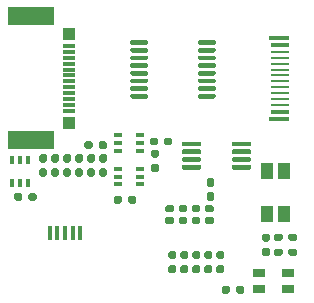
<source format=gtp>
%TF.GenerationSoftware,KiCad,Pcbnew,(5.1.7)-1*%
%TF.CreationDate,2020-11-06T21:26:38+01:00*%
%TF.ProjectId,twonkie,74776f6e-6b69-4652-9e6b-696361645f70,rev?*%
%TF.SameCoordinates,PX448d510PY20b3950*%
%TF.FileFunction,Paste,Top*%
%TF.FilePolarity,Positive*%
%FSLAX46Y46*%
G04 Gerber Fmt 4.6, Leading zero omitted, Abs format (unit mm)*
G04 Created by KiCad (PCBNEW (5.1.7)-1) date 2020-11-06 21:26:38*
%MOMM*%
%LPD*%
G01*
G04 APERTURE LIST*
%ADD10R,0.650000X0.400000*%
%ADD11R,0.450000X1.300000*%
%ADD12R,1.050000X1.400000*%
%ADD13R,4.000000X1.500000*%
%ADD14R,1.000000X0.300000*%
%ADD15R,1.000000X1.000000*%
%ADD16R,1.550000X0.260000*%
%ADD17R,1.550000X0.410000*%
%ADD18R,1.750000X0.360000*%
%ADD19R,0.400000X0.650000*%
%ADD20R,1.000000X0.800000*%
G04 APERTURE END LIST*
D10*
%TO.C,Q3*%
X11681500Y-11161000D03*
X11681500Y-12461000D03*
X9781500Y-11811000D03*
X11681500Y-11811000D03*
X9781500Y-12461000D03*
X9781500Y-11161000D03*
%TD*%
%TO.C,C2*%
G36*
G01*
X14957400Y-18531900D02*
X14957400Y-18221900D01*
G75*
G02*
X15112400Y-18066900I155000J0D01*
G01*
X15537400Y-18066900D01*
G75*
G02*
X15692400Y-18221900I0J-155000D01*
G01*
X15692400Y-18531900D01*
G75*
G02*
X15537400Y-18686900I-155000J0D01*
G01*
X15112400Y-18686900D01*
G75*
G02*
X14957400Y-18531900I0J155000D01*
G01*
G37*
G36*
G01*
X13822400Y-18531900D02*
X13822400Y-18221900D01*
G75*
G02*
X13977400Y-18066900I155000J0D01*
G01*
X14402400Y-18066900D01*
G75*
G02*
X14557400Y-18221900I0J-155000D01*
G01*
X14557400Y-18531900D01*
G75*
G02*
X14402400Y-18686900I-155000J0D01*
G01*
X13977400Y-18686900D01*
G75*
G02*
X13822400Y-18531900I0J155000D01*
G01*
G37*
%TD*%
%TO.C,C4*%
G36*
G01*
X14957400Y-17528600D02*
X14957400Y-17218600D01*
G75*
G02*
X15112400Y-17063600I155000J0D01*
G01*
X15537400Y-17063600D01*
G75*
G02*
X15692400Y-17218600I0J-155000D01*
G01*
X15692400Y-17528600D01*
G75*
G02*
X15537400Y-17683600I-155000J0D01*
G01*
X15112400Y-17683600D01*
G75*
G02*
X14957400Y-17528600I0J155000D01*
G01*
G37*
G36*
G01*
X13822400Y-17528600D02*
X13822400Y-17218600D01*
G75*
G02*
X13977400Y-17063600I155000J0D01*
G01*
X14402400Y-17063600D01*
G75*
G02*
X14557400Y-17218600I0J-155000D01*
G01*
X14557400Y-17528600D01*
G75*
G02*
X14402400Y-17683600I-155000J0D01*
G01*
X13977400Y-17683600D01*
G75*
G02*
X13822400Y-17528600I0J155000D01*
G01*
G37*
%TD*%
D11*
%TO.C,J3*%
X6634000Y-19436000D03*
X5984000Y-19436000D03*
X5334000Y-19436000D03*
X4684000Y-19436000D03*
X4034000Y-19436000D03*
%TD*%
%TO.C,R14*%
G36*
G01*
X2208500Y-16543000D02*
X2208500Y-16223000D01*
G75*
G02*
X2368500Y-16063000I160000J0D01*
G01*
X2763500Y-16063000D01*
G75*
G02*
X2923500Y-16223000I0J-160000D01*
G01*
X2923500Y-16543000D01*
G75*
G02*
X2763500Y-16703000I-160000J0D01*
G01*
X2368500Y-16703000D01*
G75*
G02*
X2208500Y-16543000I0J160000D01*
G01*
G37*
G36*
G01*
X1013500Y-16543000D02*
X1013500Y-16223000D01*
G75*
G02*
X1173500Y-16063000I160000J0D01*
G01*
X1568500Y-16063000D01*
G75*
G02*
X1728500Y-16223000I0J-160000D01*
G01*
X1728500Y-16543000D01*
G75*
G02*
X1568500Y-16703000I-160000J0D01*
G01*
X1173500Y-16703000D01*
G75*
G02*
X1013500Y-16543000I0J160000D01*
G01*
G37*
%TD*%
%TO.C,R16*%
G36*
G01*
X13702000Y-11844000D02*
X13702000Y-11524000D01*
G75*
G02*
X13862000Y-11364000I160000J0D01*
G01*
X14257000Y-11364000D01*
G75*
G02*
X14417000Y-11524000I0J-160000D01*
G01*
X14417000Y-11844000D01*
G75*
G02*
X14257000Y-12004000I-160000J0D01*
G01*
X13862000Y-12004000D01*
G75*
G02*
X13702000Y-11844000I0J160000D01*
G01*
G37*
G36*
G01*
X12507000Y-11844000D02*
X12507000Y-11524000D01*
G75*
G02*
X12667000Y-11364000I160000J0D01*
G01*
X13062000Y-11364000D01*
G75*
G02*
X13222000Y-11524000I0J-160000D01*
G01*
X13222000Y-11844000D01*
G75*
G02*
X13062000Y-12004000I-160000J0D01*
G01*
X12667000Y-12004000D01*
G75*
G02*
X12507000Y-11844000I0J160000D01*
G01*
G37*
%TD*%
D12*
%TO.C,SW1*%
X23897500Y-17802000D03*
X23897500Y-14202000D03*
X22457500Y-17802000D03*
X22457500Y-14202000D03*
%TD*%
D13*
%TO.C,J2*%
X2465000Y-11600000D03*
X2465000Y-1100000D03*
D14*
X5675000Y-9100000D03*
X5675000Y-8600000D03*
X5675000Y-8100000D03*
X5675000Y-7600000D03*
X5675000Y-7100000D03*
X5675000Y-6600000D03*
X5675000Y-6100000D03*
X5675000Y-5600000D03*
X5675000Y-5100000D03*
X5675000Y-4600000D03*
X5675000Y-4100000D03*
X5675000Y-3600000D03*
D15*
X5675000Y-2600000D03*
X5675000Y-10100000D03*
%TD*%
D16*
%TO.C,J1*%
X23525000Y-8600000D03*
X23525000Y-8100000D03*
X23525000Y-7600000D03*
X23525000Y-7100000D03*
X23525000Y-6600000D03*
X23525000Y-6100000D03*
X23525000Y-5600000D03*
X23525000Y-5100000D03*
X23525000Y-4600000D03*
X23525000Y-4100000D03*
D17*
X23525000Y-9175000D03*
X23525000Y-3525000D03*
D18*
X23425000Y-2945000D03*
X23425000Y-9755000D03*
%TD*%
%TO.C,U2*%
G36*
G01*
X18078000Y-7763000D02*
X18078000Y-7963000D01*
G75*
G02*
X17978000Y-8063000I-100000J0D01*
G01*
X16703000Y-8063000D01*
G75*
G02*
X16603000Y-7963000I0J100000D01*
G01*
X16603000Y-7763000D01*
G75*
G02*
X16703000Y-7663000I100000J0D01*
G01*
X17978000Y-7663000D01*
G75*
G02*
X18078000Y-7763000I0J-100000D01*
G01*
G37*
G36*
G01*
X18078000Y-7113000D02*
X18078000Y-7313000D01*
G75*
G02*
X17978000Y-7413000I-100000J0D01*
G01*
X16703000Y-7413000D01*
G75*
G02*
X16603000Y-7313000I0J100000D01*
G01*
X16603000Y-7113000D01*
G75*
G02*
X16703000Y-7013000I100000J0D01*
G01*
X17978000Y-7013000D01*
G75*
G02*
X18078000Y-7113000I0J-100000D01*
G01*
G37*
G36*
G01*
X18078000Y-6463000D02*
X18078000Y-6663000D01*
G75*
G02*
X17978000Y-6763000I-100000J0D01*
G01*
X16703000Y-6763000D01*
G75*
G02*
X16603000Y-6663000I0J100000D01*
G01*
X16603000Y-6463000D01*
G75*
G02*
X16703000Y-6363000I100000J0D01*
G01*
X17978000Y-6363000D01*
G75*
G02*
X18078000Y-6463000I0J-100000D01*
G01*
G37*
G36*
G01*
X18078000Y-5813000D02*
X18078000Y-6013000D01*
G75*
G02*
X17978000Y-6113000I-100000J0D01*
G01*
X16703000Y-6113000D01*
G75*
G02*
X16603000Y-6013000I0J100000D01*
G01*
X16603000Y-5813000D01*
G75*
G02*
X16703000Y-5713000I100000J0D01*
G01*
X17978000Y-5713000D01*
G75*
G02*
X18078000Y-5813000I0J-100000D01*
G01*
G37*
G36*
G01*
X18078000Y-5163000D02*
X18078000Y-5363000D01*
G75*
G02*
X17978000Y-5463000I-100000J0D01*
G01*
X16703000Y-5463000D01*
G75*
G02*
X16603000Y-5363000I0J100000D01*
G01*
X16603000Y-5163000D01*
G75*
G02*
X16703000Y-5063000I100000J0D01*
G01*
X17978000Y-5063000D01*
G75*
G02*
X18078000Y-5163000I0J-100000D01*
G01*
G37*
G36*
G01*
X18078000Y-4513000D02*
X18078000Y-4713000D01*
G75*
G02*
X17978000Y-4813000I-100000J0D01*
G01*
X16703000Y-4813000D01*
G75*
G02*
X16603000Y-4713000I0J100000D01*
G01*
X16603000Y-4513000D01*
G75*
G02*
X16703000Y-4413000I100000J0D01*
G01*
X17978000Y-4413000D01*
G75*
G02*
X18078000Y-4513000I0J-100000D01*
G01*
G37*
G36*
G01*
X18078000Y-3863000D02*
X18078000Y-4063000D01*
G75*
G02*
X17978000Y-4163000I-100000J0D01*
G01*
X16703000Y-4163000D01*
G75*
G02*
X16603000Y-4063000I0J100000D01*
G01*
X16603000Y-3863000D01*
G75*
G02*
X16703000Y-3763000I100000J0D01*
G01*
X17978000Y-3763000D01*
G75*
G02*
X18078000Y-3863000I0J-100000D01*
G01*
G37*
G36*
G01*
X18078000Y-3213000D02*
X18078000Y-3413000D01*
G75*
G02*
X17978000Y-3513000I-100000J0D01*
G01*
X16703000Y-3513000D01*
G75*
G02*
X16603000Y-3413000I0J100000D01*
G01*
X16603000Y-3213000D01*
G75*
G02*
X16703000Y-3113000I100000J0D01*
G01*
X17978000Y-3113000D01*
G75*
G02*
X18078000Y-3213000I0J-100000D01*
G01*
G37*
G36*
G01*
X12353000Y-3213000D02*
X12353000Y-3413000D01*
G75*
G02*
X12253000Y-3513000I-100000J0D01*
G01*
X10978000Y-3513000D01*
G75*
G02*
X10878000Y-3413000I0J100000D01*
G01*
X10878000Y-3213000D01*
G75*
G02*
X10978000Y-3113000I100000J0D01*
G01*
X12253000Y-3113000D01*
G75*
G02*
X12353000Y-3213000I0J-100000D01*
G01*
G37*
G36*
G01*
X12353000Y-3863000D02*
X12353000Y-4063000D01*
G75*
G02*
X12253000Y-4163000I-100000J0D01*
G01*
X10978000Y-4163000D01*
G75*
G02*
X10878000Y-4063000I0J100000D01*
G01*
X10878000Y-3863000D01*
G75*
G02*
X10978000Y-3763000I100000J0D01*
G01*
X12253000Y-3763000D01*
G75*
G02*
X12353000Y-3863000I0J-100000D01*
G01*
G37*
G36*
G01*
X12353000Y-4513000D02*
X12353000Y-4713000D01*
G75*
G02*
X12253000Y-4813000I-100000J0D01*
G01*
X10978000Y-4813000D01*
G75*
G02*
X10878000Y-4713000I0J100000D01*
G01*
X10878000Y-4513000D01*
G75*
G02*
X10978000Y-4413000I100000J0D01*
G01*
X12253000Y-4413000D01*
G75*
G02*
X12353000Y-4513000I0J-100000D01*
G01*
G37*
G36*
G01*
X12353000Y-5163000D02*
X12353000Y-5363000D01*
G75*
G02*
X12253000Y-5463000I-100000J0D01*
G01*
X10978000Y-5463000D01*
G75*
G02*
X10878000Y-5363000I0J100000D01*
G01*
X10878000Y-5163000D01*
G75*
G02*
X10978000Y-5063000I100000J0D01*
G01*
X12253000Y-5063000D01*
G75*
G02*
X12353000Y-5163000I0J-100000D01*
G01*
G37*
G36*
G01*
X12353000Y-5813000D02*
X12353000Y-6013000D01*
G75*
G02*
X12253000Y-6113000I-100000J0D01*
G01*
X10978000Y-6113000D01*
G75*
G02*
X10878000Y-6013000I0J100000D01*
G01*
X10878000Y-5813000D01*
G75*
G02*
X10978000Y-5713000I100000J0D01*
G01*
X12253000Y-5713000D01*
G75*
G02*
X12353000Y-5813000I0J-100000D01*
G01*
G37*
G36*
G01*
X12353000Y-6463000D02*
X12353000Y-6663000D01*
G75*
G02*
X12253000Y-6763000I-100000J0D01*
G01*
X10978000Y-6763000D01*
G75*
G02*
X10878000Y-6663000I0J100000D01*
G01*
X10878000Y-6463000D01*
G75*
G02*
X10978000Y-6363000I100000J0D01*
G01*
X12253000Y-6363000D01*
G75*
G02*
X12353000Y-6463000I0J-100000D01*
G01*
G37*
G36*
G01*
X12353000Y-7113000D02*
X12353000Y-7313000D01*
G75*
G02*
X12253000Y-7413000I-100000J0D01*
G01*
X10978000Y-7413000D01*
G75*
G02*
X10878000Y-7313000I0J100000D01*
G01*
X10878000Y-7113000D01*
G75*
G02*
X10978000Y-7013000I100000J0D01*
G01*
X12253000Y-7013000D01*
G75*
G02*
X12353000Y-7113000I0J-100000D01*
G01*
G37*
G36*
G01*
X12353000Y-7763000D02*
X12353000Y-7963000D01*
G75*
G02*
X12253000Y-8063000I-100000J0D01*
G01*
X10978000Y-8063000D01*
G75*
G02*
X10878000Y-7963000I0J100000D01*
G01*
X10878000Y-7763000D01*
G75*
G02*
X10978000Y-7663000I100000J0D01*
G01*
X12253000Y-7663000D01*
G75*
G02*
X12353000Y-7763000I0J-100000D01*
G01*
G37*
%TD*%
%TO.C,U5*%
G36*
G01*
X19461000Y-12015500D02*
X19461000Y-11815500D01*
G75*
G02*
X19561000Y-11715500I100000J0D01*
G01*
X20986000Y-11715500D01*
G75*
G02*
X21086000Y-11815500I0J-100000D01*
G01*
X21086000Y-12015500D01*
G75*
G02*
X20986000Y-12115500I-100000J0D01*
G01*
X19561000Y-12115500D01*
G75*
G02*
X19461000Y-12015500I0J100000D01*
G01*
G37*
G36*
G01*
X19461000Y-12665500D02*
X19461000Y-12465500D01*
G75*
G02*
X19561000Y-12365500I100000J0D01*
G01*
X20986000Y-12365500D01*
G75*
G02*
X21086000Y-12465500I0J-100000D01*
G01*
X21086000Y-12665500D01*
G75*
G02*
X20986000Y-12765500I-100000J0D01*
G01*
X19561000Y-12765500D01*
G75*
G02*
X19461000Y-12665500I0J100000D01*
G01*
G37*
G36*
G01*
X19461000Y-13315500D02*
X19461000Y-13115500D01*
G75*
G02*
X19561000Y-13015500I100000J0D01*
G01*
X20986000Y-13015500D01*
G75*
G02*
X21086000Y-13115500I0J-100000D01*
G01*
X21086000Y-13315500D01*
G75*
G02*
X20986000Y-13415500I-100000J0D01*
G01*
X19561000Y-13415500D01*
G75*
G02*
X19461000Y-13315500I0J100000D01*
G01*
G37*
G36*
G01*
X19461000Y-13965500D02*
X19461000Y-13765500D01*
G75*
G02*
X19561000Y-13665500I100000J0D01*
G01*
X20986000Y-13665500D01*
G75*
G02*
X21086000Y-13765500I0J-100000D01*
G01*
X21086000Y-13965500D01*
G75*
G02*
X20986000Y-14065500I-100000J0D01*
G01*
X19561000Y-14065500D01*
G75*
G02*
X19461000Y-13965500I0J100000D01*
G01*
G37*
G36*
G01*
X15236000Y-13965500D02*
X15236000Y-13765500D01*
G75*
G02*
X15336000Y-13665500I100000J0D01*
G01*
X16761000Y-13665500D01*
G75*
G02*
X16861000Y-13765500I0J-100000D01*
G01*
X16861000Y-13965500D01*
G75*
G02*
X16761000Y-14065500I-100000J0D01*
G01*
X15336000Y-14065500D01*
G75*
G02*
X15236000Y-13965500I0J100000D01*
G01*
G37*
G36*
G01*
X15236000Y-13315500D02*
X15236000Y-13115500D01*
G75*
G02*
X15336000Y-13015500I100000J0D01*
G01*
X16761000Y-13015500D01*
G75*
G02*
X16861000Y-13115500I0J-100000D01*
G01*
X16861000Y-13315500D01*
G75*
G02*
X16761000Y-13415500I-100000J0D01*
G01*
X15336000Y-13415500D01*
G75*
G02*
X15236000Y-13315500I0J100000D01*
G01*
G37*
G36*
G01*
X15236000Y-12665500D02*
X15236000Y-12465500D01*
G75*
G02*
X15336000Y-12365500I100000J0D01*
G01*
X16761000Y-12365500D01*
G75*
G02*
X16861000Y-12465500I0J-100000D01*
G01*
X16861000Y-12665500D01*
G75*
G02*
X16761000Y-12765500I-100000J0D01*
G01*
X15336000Y-12765500D01*
G75*
G02*
X15236000Y-12665500I0J100000D01*
G01*
G37*
G36*
G01*
X15236000Y-12015500D02*
X15236000Y-11815500D01*
G75*
G02*
X15336000Y-11715500I100000J0D01*
G01*
X16761000Y-11715500D01*
G75*
G02*
X16861000Y-11815500I0J-100000D01*
G01*
X16861000Y-12015500D01*
G75*
G02*
X16761000Y-12115500I-100000J0D01*
G01*
X15336000Y-12115500D01*
G75*
G02*
X15236000Y-12015500I0J100000D01*
G01*
G37*
%TD*%
%TO.C,R23*%
G36*
G01*
X12794000Y-13575000D02*
X13114000Y-13575000D01*
G75*
G02*
X13274000Y-13735000I0J-160000D01*
G01*
X13274000Y-14130000D01*
G75*
G02*
X13114000Y-14290000I-160000J0D01*
G01*
X12794000Y-14290000D01*
G75*
G02*
X12634000Y-14130000I0J160000D01*
G01*
X12634000Y-13735000D01*
G75*
G02*
X12794000Y-13575000I160000J0D01*
G01*
G37*
G36*
G01*
X12794000Y-12380000D02*
X13114000Y-12380000D01*
G75*
G02*
X13274000Y-12540000I0J-160000D01*
G01*
X13274000Y-12935000D01*
G75*
G02*
X13114000Y-13095000I-160000J0D01*
G01*
X12794000Y-13095000D01*
G75*
G02*
X12634000Y-12935000I0J160000D01*
G01*
X12634000Y-12540000D01*
G75*
G02*
X12794000Y-12380000I160000J0D01*
G01*
G37*
%TD*%
%TO.C,R22*%
G36*
G01*
X10174000Y-16477000D02*
X10174000Y-16797000D01*
G75*
G02*
X10014000Y-16957000I-160000J0D01*
G01*
X9619000Y-16957000D01*
G75*
G02*
X9459000Y-16797000I0J160000D01*
G01*
X9459000Y-16477000D01*
G75*
G02*
X9619000Y-16317000I160000J0D01*
G01*
X10014000Y-16317000D01*
G75*
G02*
X10174000Y-16477000I0J-160000D01*
G01*
G37*
G36*
G01*
X11369000Y-16477000D02*
X11369000Y-16797000D01*
G75*
G02*
X11209000Y-16957000I-160000J0D01*
G01*
X10814000Y-16957000D01*
G75*
G02*
X10654000Y-16797000I0J160000D01*
G01*
X10654000Y-16477000D01*
G75*
G02*
X10814000Y-16317000I160000J0D01*
G01*
X11209000Y-16317000D01*
G75*
G02*
X11369000Y-16477000I0J-160000D01*
G01*
G37*
%TD*%
%TO.C,R21*%
G36*
G01*
X18318500Y-22147500D02*
X18638500Y-22147500D01*
G75*
G02*
X18798500Y-22307500I0J-160000D01*
G01*
X18798500Y-22702500D01*
G75*
G02*
X18638500Y-22862500I-160000J0D01*
G01*
X18318500Y-22862500D01*
G75*
G02*
X18158500Y-22702500I0J160000D01*
G01*
X18158500Y-22307500D01*
G75*
G02*
X18318500Y-22147500I160000J0D01*
G01*
G37*
G36*
G01*
X18318500Y-20952500D02*
X18638500Y-20952500D01*
G75*
G02*
X18798500Y-21112500I0J-160000D01*
G01*
X18798500Y-21507500D01*
G75*
G02*
X18638500Y-21667500I-160000J0D01*
G01*
X18318500Y-21667500D01*
G75*
G02*
X18158500Y-21507500I0J160000D01*
G01*
X18158500Y-21112500D01*
G75*
G02*
X18318500Y-20952500I160000J0D01*
G01*
G37*
%TD*%
%TO.C,R20*%
G36*
G01*
X17302500Y-22147500D02*
X17622500Y-22147500D01*
G75*
G02*
X17782500Y-22307500I0J-160000D01*
G01*
X17782500Y-22702500D01*
G75*
G02*
X17622500Y-22862500I-160000J0D01*
G01*
X17302500Y-22862500D01*
G75*
G02*
X17142500Y-22702500I0J160000D01*
G01*
X17142500Y-22307500D01*
G75*
G02*
X17302500Y-22147500I160000J0D01*
G01*
G37*
G36*
G01*
X17302500Y-20952500D02*
X17622500Y-20952500D01*
G75*
G02*
X17782500Y-21112500I0J-160000D01*
G01*
X17782500Y-21507500D01*
G75*
G02*
X17622500Y-21667500I-160000J0D01*
G01*
X17302500Y-21667500D01*
G75*
G02*
X17142500Y-21507500I0J160000D01*
G01*
X17142500Y-21112500D01*
G75*
G02*
X17302500Y-20952500I160000J0D01*
G01*
G37*
%TD*%
%TO.C,R19*%
G36*
G01*
X16286500Y-22147500D02*
X16606500Y-22147500D01*
G75*
G02*
X16766500Y-22307500I0J-160000D01*
G01*
X16766500Y-22702500D01*
G75*
G02*
X16606500Y-22862500I-160000J0D01*
G01*
X16286500Y-22862500D01*
G75*
G02*
X16126500Y-22702500I0J160000D01*
G01*
X16126500Y-22307500D01*
G75*
G02*
X16286500Y-22147500I160000J0D01*
G01*
G37*
G36*
G01*
X16286500Y-20952500D02*
X16606500Y-20952500D01*
G75*
G02*
X16766500Y-21112500I0J-160000D01*
G01*
X16766500Y-21507500D01*
G75*
G02*
X16606500Y-21667500I-160000J0D01*
G01*
X16286500Y-21667500D01*
G75*
G02*
X16126500Y-21507500I0J160000D01*
G01*
X16126500Y-21112500D01*
G75*
G02*
X16286500Y-20952500I160000J0D01*
G01*
G37*
%TD*%
%TO.C,R18*%
G36*
G01*
X15270500Y-22147500D02*
X15590500Y-22147500D01*
G75*
G02*
X15750500Y-22307500I0J-160000D01*
G01*
X15750500Y-22702500D01*
G75*
G02*
X15590500Y-22862500I-160000J0D01*
G01*
X15270500Y-22862500D01*
G75*
G02*
X15110500Y-22702500I0J160000D01*
G01*
X15110500Y-22307500D01*
G75*
G02*
X15270500Y-22147500I160000J0D01*
G01*
G37*
G36*
G01*
X15270500Y-20952500D02*
X15590500Y-20952500D01*
G75*
G02*
X15750500Y-21112500I0J-160000D01*
G01*
X15750500Y-21507500D01*
G75*
G02*
X15590500Y-21667500I-160000J0D01*
G01*
X15270500Y-21667500D01*
G75*
G02*
X15110500Y-21507500I0J160000D01*
G01*
X15110500Y-21112500D01*
G75*
G02*
X15270500Y-20952500I160000J0D01*
G01*
G37*
%TD*%
%TO.C,R17*%
G36*
G01*
X14254500Y-22147500D02*
X14574500Y-22147500D01*
G75*
G02*
X14734500Y-22307500I0J-160000D01*
G01*
X14734500Y-22702500D01*
G75*
G02*
X14574500Y-22862500I-160000J0D01*
G01*
X14254500Y-22862500D01*
G75*
G02*
X14094500Y-22702500I0J160000D01*
G01*
X14094500Y-22307500D01*
G75*
G02*
X14254500Y-22147500I160000J0D01*
G01*
G37*
G36*
G01*
X14254500Y-20952500D02*
X14574500Y-20952500D01*
G75*
G02*
X14734500Y-21112500I0J-160000D01*
G01*
X14734500Y-21507500D01*
G75*
G02*
X14574500Y-21667500I-160000J0D01*
G01*
X14254500Y-21667500D01*
G75*
G02*
X14094500Y-21507500I0J160000D01*
G01*
X14094500Y-21112500D01*
G75*
G02*
X14254500Y-20952500I160000J0D01*
G01*
G37*
%TD*%
%TO.C,R15*%
G36*
G01*
X3332500Y-13956000D02*
X3652500Y-13956000D01*
G75*
G02*
X3812500Y-14116000I0J-160000D01*
G01*
X3812500Y-14511000D01*
G75*
G02*
X3652500Y-14671000I-160000J0D01*
G01*
X3332500Y-14671000D01*
G75*
G02*
X3172500Y-14511000I0J160000D01*
G01*
X3172500Y-14116000D01*
G75*
G02*
X3332500Y-13956000I160000J0D01*
G01*
G37*
G36*
G01*
X3332500Y-12761000D02*
X3652500Y-12761000D01*
G75*
G02*
X3812500Y-12921000I0J-160000D01*
G01*
X3812500Y-13316000D01*
G75*
G02*
X3652500Y-13476000I-160000J0D01*
G01*
X3332500Y-13476000D01*
G75*
G02*
X3172500Y-13316000I0J160000D01*
G01*
X3172500Y-12921000D01*
G75*
G02*
X3332500Y-12761000I160000J0D01*
G01*
G37*
%TD*%
%TO.C,R13*%
G36*
G01*
X4668500Y-13476000D02*
X4348500Y-13476000D01*
G75*
G02*
X4188500Y-13316000I0J160000D01*
G01*
X4188500Y-12921000D01*
G75*
G02*
X4348500Y-12761000I160000J0D01*
G01*
X4668500Y-12761000D01*
G75*
G02*
X4828500Y-12921000I0J-160000D01*
G01*
X4828500Y-13316000D01*
G75*
G02*
X4668500Y-13476000I-160000J0D01*
G01*
G37*
G36*
G01*
X4668500Y-14671000D02*
X4348500Y-14671000D01*
G75*
G02*
X4188500Y-14511000I0J160000D01*
G01*
X4188500Y-14116000D01*
G75*
G02*
X4348500Y-13956000I160000J0D01*
G01*
X4668500Y-13956000D01*
G75*
G02*
X4828500Y-14116000I0J-160000D01*
G01*
X4828500Y-14511000D01*
G75*
G02*
X4668500Y-14671000I-160000J0D01*
G01*
G37*
%TD*%
%TO.C,R12*%
G36*
G01*
X5684500Y-13476000D02*
X5364500Y-13476000D01*
G75*
G02*
X5204500Y-13316000I0J160000D01*
G01*
X5204500Y-12921000D01*
G75*
G02*
X5364500Y-12761000I160000J0D01*
G01*
X5684500Y-12761000D01*
G75*
G02*
X5844500Y-12921000I0J-160000D01*
G01*
X5844500Y-13316000D01*
G75*
G02*
X5684500Y-13476000I-160000J0D01*
G01*
G37*
G36*
G01*
X5684500Y-14671000D02*
X5364500Y-14671000D01*
G75*
G02*
X5204500Y-14511000I0J160000D01*
G01*
X5204500Y-14116000D01*
G75*
G02*
X5364500Y-13956000I160000J0D01*
G01*
X5684500Y-13956000D01*
G75*
G02*
X5844500Y-14116000I0J-160000D01*
G01*
X5844500Y-14511000D01*
G75*
G02*
X5684500Y-14671000I-160000J0D01*
G01*
G37*
%TD*%
%TO.C,R11*%
G36*
G01*
X6700500Y-13476000D02*
X6380500Y-13476000D01*
G75*
G02*
X6220500Y-13316000I0J160000D01*
G01*
X6220500Y-12921000D01*
G75*
G02*
X6380500Y-12761000I160000J0D01*
G01*
X6700500Y-12761000D01*
G75*
G02*
X6860500Y-12921000I0J-160000D01*
G01*
X6860500Y-13316000D01*
G75*
G02*
X6700500Y-13476000I-160000J0D01*
G01*
G37*
G36*
G01*
X6700500Y-14671000D02*
X6380500Y-14671000D01*
G75*
G02*
X6220500Y-14511000I0J160000D01*
G01*
X6220500Y-14116000D01*
G75*
G02*
X6380500Y-13956000I160000J0D01*
G01*
X6700500Y-13956000D01*
G75*
G02*
X6860500Y-14116000I0J-160000D01*
G01*
X6860500Y-14511000D01*
G75*
G02*
X6700500Y-14671000I-160000J0D01*
G01*
G37*
%TD*%
%TO.C,R10*%
G36*
G01*
X7716500Y-13476000D02*
X7396500Y-13476000D01*
G75*
G02*
X7236500Y-13316000I0J160000D01*
G01*
X7236500Y-12921000D01*
G75*
G02*
X7396500Y-12761000I160000J0D01*
G01*
X7716500Y-12761000D01*
G75*
G02*
X7876500Y-12921000I0J-160000D01*
G01*
X7876500Y-13316000D01*
G75*
G02*
X7716500Y-13476000I-160000J0D01*
G01*
G37*
G36*
G01*
X7716500Y-14671000D02*
X7396500Y-14671000D01*
G75*
G02*
X7236500Y-14511000I0J160000D01*
G01*
X7236500Y-14116000D01*
G75*
G02*
X7396500Y-13956000I160000J0D01*
G01*
X7716500Y-13956000D01*
G75*
G02*
X7876500Y-14116000I0J-160000D01*
G01*
X7876500Y-14511000D01*
G75*
G02*
X7716500Y-14671000I-160000J0D01*
G01*
G37*
%TD*%
%TO.C,R9*%
G36*
G01*
X8732500Y-13476000D02*
X8412500Y-13476000D01*
G75*
G02*
X8252500Y-13316000I0J160000D01*
G01*
X8252500Y-12921000D01*
G75*
G02*
X8412500Y-12761000I160000J0D01*
G01*
X8732500Y-12761000D01*
G75*
G02*
X8892500Y-12921000I0J-160000D01*
G01*
X8892500Y-13316000D01*
G75*
G02*
X8732500Y-13476000I-160000J0D01*
G01*
G37*
G36*
G01*
X8732500Y-14671000D02*
X8412500Y-14671000D01*
G75*
G02*
X8252500Y-14511000I0J160000D01*
G01*
X8252500Y-14116000D01*
G75*
G02*
X8412500Y-13956000I160000J0D01*
G01*
X8732500Y-13956000D01*
G75*
G02*
X8892500Y-14116000I0J-160000D01*
G01*
X8892500Y-14511000D01*
G75*
G02*
X8732500Y-14671000I-160000J0D01*
G01*
G37*
%TD*%
%TO.C,R8*%
G36*
G01*
X7697500Y-11841500D02*
X7697500Y-12161500D01*
G75*
G02*
X7537500Y-12321500I-160000J0D01*
G01*
X7142500Y-12321500D01*
G75*
G02*
X6982500Y-12161500I0J160000D01*
G01*
X6982500Y-11841500D01*
G75*
G02*
X7142500Y-11681500I160000J0D01*
G01*
X7537500Y-11681500D01*
G75*
G02*
X7697500Y-11841500I0J-160000D01*
G01*
G37*
G36*
G01*
X8892500Y-11841500D02*
X8892500Y-12161500D01*
G75*
G02*
X8732500Y-12321500I-160000J0D01*
G01*
X8337500Y-12321500D01*
G75*
G02*
X8177500Y-12161500I0J160000D01*
G01*
X8177500Y-11841500D01*
G75*
G02*
X8337500Y-11681500I160000J0D01*
G01*
X8732500Y-11681500D01*
G75*
G02*
X8892500Y-11841500I0J-160000D01*
G01*
G37*
%TD*%
%TO.C,R7*%
G36*
G01*
X19318000Y-24097000D02*
X19318000Y-24417000D01*
G75*
G02*
X19158000Y-24577000I-160000J0D01*
G01*
X18763000Y-24577000D01*
G75*
G02*
X18603000Y-24417000I0J160000D01*
G01*
X18603000Y-24097000D01*
G75*
G02*
X18763000Y-23937000I160000J0D01*
G01*
X19158000Y-23937000D01*
G75*
G02*
X19318000Y-24097000I0J-160000D01*
G01*
G37*
G36*
G01*
X20513000Y-24097000D02*
X20513000Y-24417000D01*
G75*
G02*
X20353000Y-24577000I-160000J0D01*
G01*
X19958000Y-24577000D01*
G75*
G02*
X19798000Y-24417000I0J160000D01*
G01*
X19798000Y-24097000D01*
G75*
G02*
X19958000Y-23937000I160000J0D01*
G01*
X20353000Y-23937000D01*
G75*
G02*
X20513000Y-24097000I0J-160000D01*
G01*
G37*
%TD*%
%TO.C,R6*%
G36*
G01*
X22512000Y-20207000D02*
X22192000Y-20207000D01*
G75*
G02*
X22032000Y-20047000I0J160000D01*
G01*
X22032000Y-19652000D01*
G75*
G02*
X22192000Y-19492000I160000J0D01*
G01*
X22512000Y-19492000D01*
G75*
G02*
X22672000Y-19652000I0J-160000D01*
G01*
X22672000Y-20047000D01*
G75*
G02*
X22512000Y-20207000I-160000J0D01*
G01*
G37*
G36*
G01*
X22512000Y-21402000D02*
X22192000Y-21402000D01*
G75*
G02*
X22032000Y-21242000I0J160000D01*
G01*
X22032000Y-20847000D01*
G75*
G02*
X22192000Y-20687000I160000J0D01*
G01*
X22512000Y-20687000D01*
G75*
G02*
X22672000Y-20847000I0J-160000D01*
G01*
X22672000Y-21242000D01*
G75*
G02*
X22512000Y-21402000I-160000J0D01*
G01*
G37*
%TD*%
%TO.C,R5*%
G36*
G01*
X23763000Y-20922000D02*
X23763000Y-21242000D01*
G75*
G02*
X23603000Y-21402000I-160000J0D01*
G01*
X23208000Y-21402000D01*
G75*
G02*
X23048000Y-21242000I0J160000D01*
G01*
X23048000Y-20922000D01*
G75*
G02*
X23208000Y-20762000I160000J0D01*
G01*
X23603000Y-20762000D01*
G75*
G02*
X23763000Y-20922000I0J-160000D01*
G01*
G37*
G36*
G01*
X24958000Y-20922000D02*
X24958000Y-21242000D01*
G75*
G02*
X24798000Y-21402000I-160000J0D01*
G01*
X24403000Y-21402000D01*
G75*
G02*
X24243000Y-21242000I0J160000D01*
G01*
X24243000Y-20922000D01*
G75*
G02*
X24403000Y-20762000I160000J0D01*
G01*
X24798000Y-20762000D01*
G75*
G02*
X24958000Y-20922000I0J-160000D01*
G01*
G37*
%TD*%
%TO.C,R1*%
G36*
G01*
X24243000Y-19972000D02*
X24243000Y-19652000D01*
G75*
G02*
X24403000Y-19492000I160000J0D01*
G01*
X24798000Y-19492000D01*
G75*
G02*
X24958000Y-19652000I0J-160000D01*
G01*
X24958000Y-19972000D01*
G75*
G02*
X24798000Y-20132000I-160000J0D01*
G01*
X24403000Y-20132000D01*
G75*
G02*
X24243000Y-19972000I0J160000D01*
G01*
G37*
G36*
G01*
X23048000Y-19972000D02*
X23048000Y-19652000D01*
G75*
G02*
X23208000Y-19492000I160000J0D01*
G01*
X23603000Y-19492000D01*
G75*
G02*
X23763000Y-19652000I0J-160000D01*
G01*
X23763000Y-19972000D01*
G75*
G02*
X23603000Y-20132000I-160000J0D01*
G01*
X23208000Y-20132000D01*
G75*
G02*
X23048000Y-19972000I0J160000D01*
G01*
G37*
%TD*%
D10*
%TO.C,Q2*%
X9781500Y-15318500D03*
X9781500Y-14018500D03*
X11681500Y-14668500D03*
X9781500Y-14668500D03*
X11681500Y-14018500D03*
X11681500Y-15318500D03*
%TD*%
D19*
%TO.C,Q1*%
X2174000Y-15174000D03*
X874000Y-15174000D03*
X1524000Y-13274000D03*
X1524000Y-15174000D03*
X874000Y-13274000D03*
X2174000Y-13274000D03*
%TD*%
%TO.C,FB2*%
G36*
G01*
X17813000Y-15558000D02*
X17493000Y-15558000D01*
G75*
G02*
X17333000Y-15398000I0J160000D01*
G01*
X17333000Y-14953000D01*
G75*
G02*
X17493000Y-14793000I160000J0D01*
G01*
X17813000Y-14793000D01*
G75*
G02*
X17973000Y-14953000I0J-160000D01*
G01*
X17973000Y-15398000D01*
G75*
G02*
X17813000Y-15558000I-160000J0D01*
G01*
G37*
G36*
G01*
X17813000Y-16703000D02*
X17493000Y-16703000D01*
G75*
G02*
X17333000Y-16543000I0J160000D01*
G01*
X17333000Y-16098000D01*
G75*
G02*
X17493000Y-15938000I160000J0D01*
G01*
X17813000Y-15938000D01*
G75*
G02*
X17973000Y-16098000I0J-160000D01*
G01*
X17973000Y-16543000D01*
G75*
G02*
X17813000Y-16703000I-160000J0D01*
G01*
G37*
%TD*%
D20*
%TO.C,DS2*%
X24237000Y-22795000D03*
X21737000Y-22795000D03*
X21737000Y-24195000D03*
X24237000Y-24195000D03*
%TD*%
%TO.C,C6*%
G36*
G01*
X16792600Y-17218600D02*
X16792600Y-17528600D01*
G75*
G02*
X16637600Y-17683600I-155000J0D01*
G01*
X16212600Y-17683600D01*
G75*
G02*
X16057600Y-17528600I0J155000D01*
G01*
X16057600Y-17218600D01*
G75*
G02*
X16212600Y-17063600I155000J0D01*
G01*
X16637600Y-17063600D01*
G75*
G02*
X16792600Y-17218600I0J-155000D01*
G01*
G37*
G36*
G01*
X17927600Y-17218600D02*
X17927600Y-17528600D01*
G75*
G02*
X17772600Y-17683600I-155000J0D01*
G01*
X17347600Y-17683600D01*
G75*
G02*
X17192600Y-17528600I0J155000D01*
G01*
X17192600Y-17218600D01*
G75*
G02*
X17347600Y-17063600I155000J0D01*
G01*
X17772600Y-17063600D01*
G75*
G02*
X17927600Y-17218600I0J-155000D01*
G01*
G37*
%TD*%
%TO.C,C5*%
G36*
G01*
X16792600Y-18221900D02*
X16792600Y-18531900D01*
G75*
G02*
X16637600Y-18686900I-155000J0D01*
G01*
X16212600Y-18686900D01*
G75*
G02*
X16057600Y-18531900I0J155000D01*
G01*
X16057600Y-18221900D01*
G75*
G02*
X16212600Y-18066900I155000J0D01*
G01*
X16637600Y-18066900D01*
G75*
G02*
X16792600Y-18221900I0J-155000D01*
G01*
G37*
G36*
G01*
X17927600Y-18221900D02*
X17927600Y-18531900D01*
G75*
G02*
X17772600Y-18686900I-155000J0D01*
G01*
X17347600Y-18686900D01*
G75*
G02*
X17192600Y-18531900I0J155000D01*
G01*
X17192600Y-18221900D01*
G75*
G02*
X17347600Y-18066900I155000J0D01*
G01*
X17772600Y-18066900D01*
G75*
G02*
X17927600Y-18221900I0J-155000D01*
G01*
G37*
%TD*%
M02*

</source>
